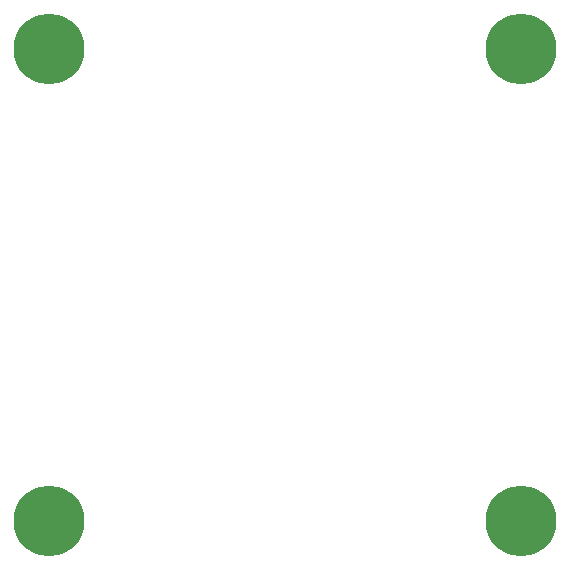
<source format=gbr>
G04 start of page 9 for group -4062 idx -4062 *
G04 Title: IrasCarrier, soldermask *
G04 Creator: pcb 1.99x *
G04 CreationDate: Di 16 Sep 2008 10:03:12 GMT UTC *
G04 For: stephan *
G04 Format: Gerber/RS-274X *
G04 PCB-Dimensions: 196850 196850 *
G04 PCB-Coordinate-Origin: lower left *
%MOIN*%
%FSLAX24Y24*%
%LNBACKMASK*%
%ADD19C,0.2362*%
G54D19*X1968Y17716D03*
X17716D03*
X1968Y1968D03*
X17716D03*
M02*

</source>
